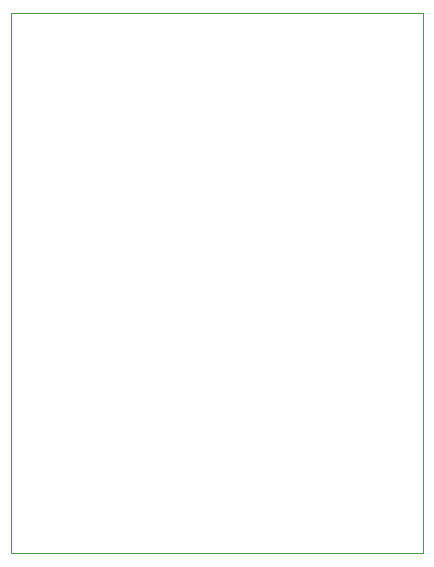
<source format=gbr>
G04 #@! TF.GenerationSoftware,KiCad,Pcbnew,(5.1.2)-2*
G04 #@! TF.CreationDate,2019-11-18T22:52:41-06:00*
G04 #@! TF.ProjectId,Temporizador_V0,54656d70-6f72-4697-9a61-646f725f5630,rev?*
G04 #@! TF.SameCoordinates,Original*
G04 #@! TF.FileFunction,Profile,NP*
%FSLAX46Y46*%
G04 Gerber Fmt 4.6, Leading zero omitted, Abs format (unit mm)*
G04 Created by KiCad (PCBNEW (5.1.2)-2) date 2019-11-18 22:52:41*
%MOMM*%
%LPD*%
G04 APERTURE LIST*
%ADD10C,0.050000*%
G04 APERTURE END LIST*
D10*
X180975000Y-95250000D02*
X146050000Y-95250000D01*
X180975000Y-140970000D02*
X180975000Y-95250000D01*
X146050000Y-140970000D02*
X180975000Y-140970000D01*
X146050000Y-95250000D02*
X146050000Y-140970000D01*
M02*

</source>
